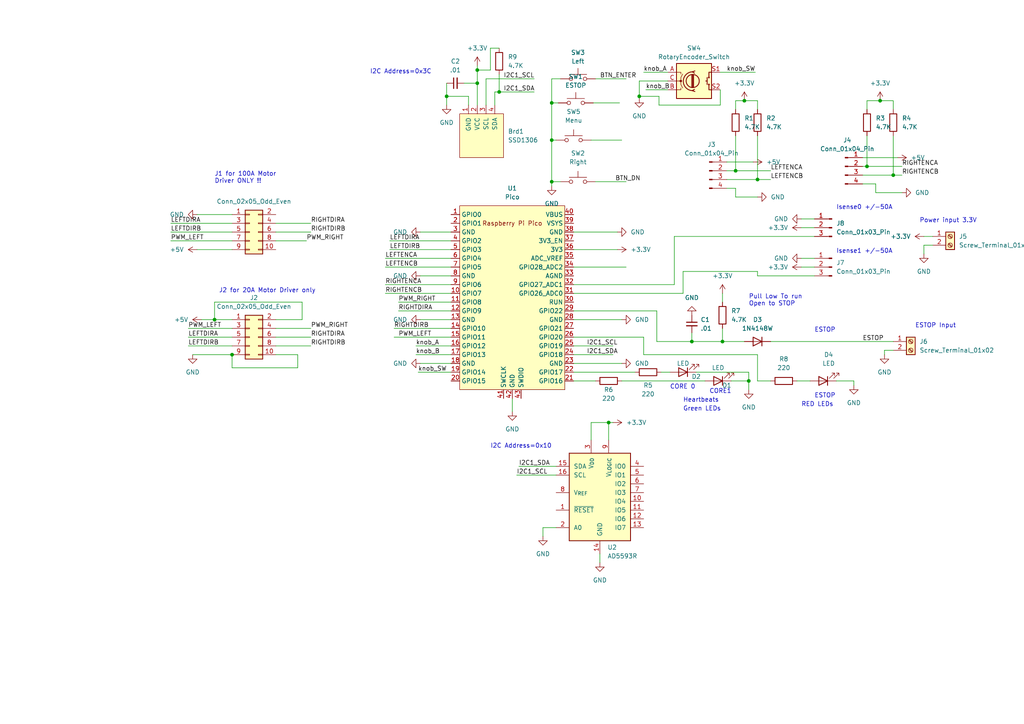
<source format=kicad_sch>
(kicad_sch (version 20230121) (generator eeschema)
  (paper "A4")
  (lib_symbols
    (symbol "Analog:AD5593R" (pin_names (offset 1.27))
      (property "Reference" "U" (at -8.89 15.24 0))
      (property "Value" "AD5593R" (at 3.81 15.24 0))
      (symbol "AD5593R_0_1"
        (rectangle (start -8.89 13.97) (end 8.89 -11.43) (stroke (width 0.254)) (fill (type background)))
      )
      (symbol "AD5593R_1_1"
        (pin input line (at -12.7 -2.54 0) (length 3.81) (name "~{RESET}") (number "1"))
        (pin bidirectional line (at 12.7 0 180) (length 3.81) (name "IO4") (number "10"))
        (pin bidirectional line (at 12.7 -2.54 180) (length 3.81) (name "IO5") (number "11"))
        (pin bidirectional line (at 12.7 -5.08 180) (length 3.81) (name "IO6") (number "12"))
        (pin bidirectional line (at 12.7 -7.62 180) (length 3.81) (name "IO7") (number "13"))
        (pin power_in line (at 0 -15.24 90) (length 3.81) (name "GND") (number "14"))
        (pin bidirectional line (at -12.7 10.16 0) (length 3.81) (name "SDA") (number "15"))
        (pin input line (at -12.7 7.62 0) (length 3.81) (name "SCL") (number "16"))
        (pin input line (at -12.7 -7.62 0) (length 3.81) (name "A0") (number "2"))
        (pin power_in line (at -2.54 17.78 270) (length 3.81) (name "V_{DD}") (number "3"))
        (pin bidirectional line (at 12.7 10.16 180) (length 3.81) (name "IO0") (number "4"))
        (pin bidirectional line (at 12.7 7.62 180) (length 3.81) (name "IO1") (number "5"))
        (pin bidirectional line (at 12.7 5.08 180) (length 3.81) (name "IO2") (number "6"))
        (pin bidirectional line (at 12.7 2.54 180) (length 3.81) (name "IO3") (number "7"))
        (pin passive line (at -12.7 2.54 0) (length 3.81) (name "V_{REF}") (number "8"))
        (pin power_in line (at 2.54 17.78 270) (length 3.81) (name "V_{LOGIC}") (number "9"))
      )
    )
    (symbol "Connector:Conn_01x03_Pin" (pin_names (offset 1.016) hide)
      (property "Reference" "J" (at 0 5.08 0))
      (property "Value" "Conn_01x03_Pin" (at 0 -5.08 0))
      (symbol "Conn_01x03_Pin_1_1"
        (polyline (pts (xy 1.27 -2.54) (xy 0.8636 -2.54)) (stroke (width 0.1524)))
        (polyline (pts (xy 1.27 0) (xy 0.8636 0)) (stroke (width 0.1524)))
        (polyline (pts (xy 1.27 2.54) (xy 0.8636 2.54)) (stroke (width 0.1524)))
        (rectangle (start 0.8636 -2.413) (end 0 -2.667) (stroke (width 0.1524)) (fill (type outline)))
        (rectangle (start 0.8636 0.127) (end 0 -0.127) (stroke (width 0.1524)) (fill (type outline)))
        (rectangle (start 0.8636 2.667) (end 0 2.413) (stroke (width 0.1524)) (fill (type outline)))
        (pin passive line (at 5.08 2.54 180) (length 3.81) (name "Pin_1") (number "1"))
        (pin passive line (at 5.08 0 180) (length 3.81) (name "Pin_2") (number "2"))
        (pin passive line (at 5.08 -2.54 180) (length 3.81) (name "Pin_3") (number "3"))
      )
    )
    (symbol "Connector:Conn_01x04_Pin" (pin_names (offset 1.016) hide)
      (property "Reference" "J" (at 0 5.08 0))
      (property "Value" "Conn_01x04_Pin" (at 0 -7.62 0))
      (symbol "Conn_01x04_Pin_1_1"
        (polyline (pts (xy 1.27 -5.08) (xy 0.8636 -5.08)) (stroke (width 0.1524)))
        (polyline (pts (xy 1.27 -2.54) (xy 0.8636 -2.54)) (stroke (width 0.1524)))
        (polyline (pts (xy 1.27 0) (xy 0.8636 0)) (stroke (width 0.1524)))
        (polyline (pts (xy 1.27 2.54) (xy 0.8636 2.54)) (stroke (width 0.1524)))
        (rectangle (start 0.8636 -4.953) (end 0 -5.207) (stroke (width 0.1524)) (fill (type outline)))
        (rectangle (start 0.8636 -2.413) (end 0 -2.667) (stroke (width 0.1524)) (fill (type outline)))
        (rectangle (start 0.8636 0.127) (end 0 -0.127) (stroke (width 0.1524)) (fill (type outline)))
        (rectangle (start 0.8636 2.667) (end 0 2.413) (stroke (width 0.1524)) (fill (type outline)))
        (pin passive line (at 5.08 2.54 180) (length 3.81) (name "Pin_1") (number "1"))
        (pin passive line (at 5.08 0 180) (length 3.81) (name "Pin_2") (number "2"))
        (pin passive line (at 5.08 -2.54 180) (length 3.81) (name "Pin_3") (number "3"))
        (pin passive line (at 5.08 -5.08 180) (length 3.81) (name "Pin_4") (number "4"))
      )
    )
    (symbol "Connector:Screw_Terminal_01x02" (pin_names (offset 1.016) hide)
      (property "Reference" "J" (at 0 2.54 0))
      (property "Value" "Screw_Terminal_01x02" (at 0 -5.08 0))
      (symbol "Screw_Terminal_01x02_1_1"
        (rectangle (start -1.27 1.27) (end 1.27 -3.81) (stroke (width 0.254)) (fill (type background)))
        (circle (center 0 -2.54) (radius 0.635) (stroke (width 0.1524)))
        (polyline (pts (xy -0.5334 -2.2098) (xy 0.3302 -3.048)) (stroke (width 0.1524)))
        (polyline (pts (xy -0.5334 0.3302) (xy 0.3302 -0.508)) (stroke (width 0.1524)))
        (polyline (pts (xy -0.3556 -2.032) (xy 0.508 -2.8702)) (stroke (width 0.1524)))
        (polyline (pts (xy -0.3556 0.508) (xy 0.508 -0.3302)) (stroke (width 0.1524)))
        (circle (center 0 0) (radius 0.635) (stroke (width 0.1524)))
        (pin passive line (at -5.08 0 0) (length 3.81) (name "Pin_1") (number "1"))
        (pin passive line (at -5.08 -2.54 0) (length 3.81) (name "Pin_2") (number "2"))
      )
    )
    (symbol "Connector_Generic:Conn_02x05_Odd_Even" (pin_names (offset 1.016) hide)
      (property "Reference" "J" (at 1.27 7.62 0))
      (property "Value" "Conn_02x05_Odd_Even" (at 1.27 -7.62 0))
      (symbol "Conn_02x05_Odd_Even_1_1"
        (rectangle (start -1.27 -4.953) (end 0 -5.207) (stroke (width 0.1524)))
        (rectangle (start -1.27 -2.413) (end 0 -2.667) (stroke (width 0.1524)))
        (rectangle (start -1.27 0.127) (end 0 -0.127) (stroke (width 0.1524)))
        (rectangle (start -1.27 2.667) (end 0 2.413) (stroke (width 0.1524)))
        (rectangle (start -1.27 5.207) (end 0 4.953) (stroke (width 0.1524)))
        (rectangle (start -1.27 6.35) (end 3.81 -6.35) (stroke (width 0.254)) (fill (type background)))
        (rectangle (start 3.81 -4.953) (end 2.54 -5.207) (stroke (width 0.1524)))
        (rectangle (start 3.81 -2.413) (end 2.54 -2.667) (stroke (width 0.1524)))
        (rectangle (start 3.81 0.127) (end 2.54 -0.127) (stroke (width 0.1524)))
        (rectangle (start 3.81 2.667) (end 2.54 2.413) (stroke (width 0.1524)))
        (rectangle (start 3.81 5.207) (end 2.54 4.953) (stroke (width 0.1524)))
        (pin passive line (at -5.08 5.08 0) (length 3.81) (name "Pin_1") (number "1"))
        (pin passive line (at 7.62 -5.08 180) (length 3.81) (name "Pin_10") (number "10"))
        (pin passive line (at 7.62 5.08 180) (length 3.81) (name "Pin_2") (number "2"))
        (pin passive line (at -5.08 2.54 0) (length 3.81) (name "Pin_3") (number "3"))
        (pin passive line (at 7.62 2.54 180) (length 3.81) (name "Pin_4") (number "4"))
        (pin passive line (at -5.08 0 0) (length 3.81) (name "Pin_5") (number "5"))
        (pin passive line (at 7.62 0 180) (length 3.81) (name "Pin_6") (number "6"))
        (pin passive line (at -5.08 -2.54 0) (length 3.81) (name "Pin_7") (number "7"))
        (pin passive line (at 7.62 -2.54 180) (length 3.81) (name "Pin_8") (number "8"))
        (pin passive line (at -5.08 -5.08 0) (length 3.81) (name "Pin_9") (number "9"))
      )
    )
    (symbol "Device:C_Small" (pin_numbers hide) (pin_names (offset 0.254) hide)
      (property "Reference" "C" (at 0.254 1.778 0))
      (property "Value" "C_Small" (at 0.254 -2.032 0))
      (symbol "C_Small_0_1"
        (polyline (pts (xy -1.524 -0.508) (xy 1.524 -0.508)) (stroke (width 0.3302)))
        (polyline (pts (xy -1.524 0.508) (xy 1.524 0.508)) (stroke (width 0.3048)))
      )
      (symbol "C_Small_1_1"
        (pin passive line (at 0 2.54 270) (length 2.032) (name "~") (number "1"))
        (pin passive line (at 0 -2.54 90) (length 2.032) (name "~") (number "2"))
      )
    )
    (symbol "Device:LED" (pin_numbers hide) (pin_names (offset 1.016) hide)
      (property "Reference" "D" (at 0 2.54 0))
      (property "Value" "LED" (at 0 -2.54 0))
      (symbol "LED_0_1"
        (polyline (pts (xy -1.27 -1.27) (xy -1.27 1.27)) (stroke (width 0.254)))
        (polyline (pts (xy -1.27 0) (xy 1.27 0)))
        (polyline (pts (xy 1.27 -1.27) (xy 1.27 1.27) (xy -1.27 0) (xy 1.27 -1.27)) (stroke (width 0.254)))
        (polyline (pts (xy -3.048 -0.762) (xy -4.572 -2.286) (xy -3.81 -2.286) (xy -4.572 -2.286) (xy -4.572 -1.524)))
        (polyline (pts (xy -1.778 -0.762) (xy -3.302 -2.286) (xy -2.54 -2.286) (xy -3.302 -2.286) (xy -3.302 -1.524)))
      )
      (symbol "LED_1_1"
        (pin passive line (at -3.81 0 0) (length 2.54) (name "K") (number "1"))
        (pin passive line (at 3.81 0 180) (length 2.54) (name "A") (number "2"))
      )
    )
    (symbol "Device:R" (pin_numbers hide) (pin_names (offset 0))
      (property "Reference" "R" (at 2.032 0 90))
      (property "Value" "R" (at 0 0 90))
      (symbol "R_0_1"
        (rectangle (start -1.016 -2.54) (end 1.016 2.54) (stroke (width 0.254)))
      )
      (symbol "R_1_1"
        (pin passive line (at 0 3.81 270) (length 1.27) (name "~") (number "1"))
        (pin passive line (at 0 -3.81 90) (length 1.27) (name "~") (number "2"))
      )
    )
    (symbol "Device:RotaryEncoder_Switch" (pin_names (offset 0.254) hide)
      (property "Reference" "SW" (at 0 6.604 0))
      (property "Value" "RotaryEncoder_Switch" (at 0 -6.604 0))
      (symbol "RotaryEncoder_Switch_0_1"
        (rectangle (start -5.08 5.08) (end 5.08 -5.08) (stroke (width 0.254)) (fill (type background)))
        (circle (center -3.81 0) (radius 0.254) (fill (type outline)))
        (circle (center -0.381 0) (radius 1.905) (stroke (width 0.254)))
        (arc (start -0.381 2.667) (mid -3.0988 -0.0635) (end -0.381 -2.794) (stroke (width 0.254)))
        (polyline (pts (xy -0.635 -1.778) (xy -0.635 1.778)) (stroke (width 0.254)))
        (polyline (pts (xy -0.381 -1.778) (xy -0.381 1.778)) (stroke (width 0.254)))
        (polyline (pts (xy -0.127 1.778) (xy -0.127 -1.778)) (stroke (width 0.254)))
        (polyline (pts (xy 3.81 0) (xy 3.429 0)) (stroke (width 0.254)))
        (polyline (pts (xy 3.81 1.016) (xy 3.81 -1.016)) (stroke (width 0.254)))
        (polyline (pts (xy -5.08 -2.54) (xy -3.81 -2.54) (xy -3.81 -2.032)))
        (polyline (pts (xy -5.08 2.54) (xy -3.81 2.54) (xy -3.81 2.032)))
        (polyline (pts (xy 0.254 -3.048) (xy -0.508 -2.794) (xy 0.127 -2.413)) (stroke (width 0.254)))
        (polyline (pts (xy 0.254 2.921) (xy -0.508 2.667) (xy 0.127 2.286)) (stroke (width 0.254)))
        (polyline (pts (xy 5.08 -2.54) (xy 4.318 -2.54) (xy 4.318 -1.016)) (stroke (width 0.254)))
        (polyline (pts (xy 5.08 2.54) (xy 4.318 2.54) (xy 4.318 1.016)) (stroke (width 0.254)))
        (polyline (pts (xy -5.08 0) (xy -3.81 0) (xy -3.81 -1.016) (xy -3.302 -2.032)))
        (polyline (pts (xy -4.318 0) (xy -3.81 0) (xy -3.81 1.016) (xy -3.302 2.032)))
        (circle (center 4.318 -1.016) (radius 0.127) (stroke (width 0.254)))
        (circle (center 4.318 1.016) (radius 0.127) (stroke (width 0.254)))
      )
      (symbol "RotaryEncoder_Switch_1_1"
        (pin passive line (at -7.62 2.54 0) (length 2.54) (name "A") (number "A"))
        (pin passive line (at -7.62 -2.54 0) (length 2.54) (name "B") (number "B"))
        (pin passive line (at -7.62 0 0) (length 2.54) (name "C") (number "C"))
        (pin passive line (at 7.62 2.54 180) (length 2.54) (name "S1") (number "S1"))
        (pin passive line (at 7.62 -2.54 180) (length 2.54) (name "S2") (number "S2"))
      )
    )
    (symbol "Diode:1N4148W" (pin_numbers hide) (pin_names hide)
      (property "Reference" "D" (at 0 2.54 0))
      (property "Value" "1N4148W" (at 0 -2.54 0))
      (symbol "1N4148W_0_1"
        (polyline (pts (xy -1.27 1.27) (xy -1.27 -1.27)) (stroke (width 0.254)))
        (polyline (pts (xy 1.27 0) (xy -1.27 0)))
        (polyline (pts (xy 1.27 1.27) (xy 1.27 -1.27) (xy -1.27 0) (xy 1.27 1.27)) (stroke (width 0.254)))
      )
      (symbol "1N4148W_1_1"
        (pin passive line (at -3.81 0 0) (length 2.54) (name "K") (number "1"))
        (pin passive line (at 3.81 0 180) (length 2.54) (name "A") (number "2"))
      )
    )
    (symbol "MCU_RaspberryPi_and_Boards:Pico"
      (property "Reference" "U" (at -13.97 27.94 0))
      (property "Value" "Pico" (at 0 19.05 0))
      (symbol "Pico_0_0"
        (text "Raspberry Pi Pico" (at 0 21.59 0) (effects (font (size 1.27 1.27))))
      )
      (symbol "Pico_0_1"
        (rectangle (start -15.24 26.67) (end 15.24 -26.67) (fill (type background)))
      )
      (symbol "Pico_1_1"
        (pin bidirectional line (at -17.78 24.13 0) (length 2.54) (name "GPIO0") (number "1"))
        (pin bidirectional line (at -17.78 1.27 0) (length 2.54) (name "GPIO7") (number "10"))
        (pin bidirectional line (at -17.78 -1.27 0) (length 2.54) (name "GPIO8") (number "11"))
        (pin bidirectional line (at -17.78 -3.81 0) (length 2.54) (name "GPIO9") (number "12"))
        (pin power_in line (at -17.78 -6.35 0) (length 2.54) (name "GND") (number "13"))
        (pin bidirectional line (at -17.78 -8.89 0) (length 2.54) (name "GPIO10") (number "14"))
        (pin bidirectional line (at -17.78 -11.43 0) (length 2.54) (name "GPIO11") (number "15"))
        (pin bidirectional line (at -17.78 -13.97 0) (length 2.54) (name "GPIO12") (number "16"))
        (pin bidirectional line (at -17.78 -16.51 0) (length 2.54) (name "GPIO13") (number "17"))
        (pin power_in line (at -17.78 -19.05 0) (length 2.54) (name "GND") (number "18"))
        (pin bidirectional line (at -17.78 -21.59 0) (length 2.54) (name "GPIO14") (number "19"))
        (pin bidirectional line (at -17.78 21.59 0) (length 2.54) (name "GPIO1") (number "2"))
        (pin bidirectional line (at -17.78 -24.13 0) (length 2.54) (name "GPIO15") (number "20"))
        (pin bidirectional line (at 17.78 -24.13 180) (length 2.54) (name "GPIO16") (number "21"))
        (pin bidirectional line (at 17.78 -21.59 180) (length 2.54) (name "GPIO17") (number "22"))
        (pin power_in line (at 17.78 -19.05 180) (length 2.54) (name "GND") (number "23"))
        (pin bidirectional line (at 17.78 -16.51 180) (length 2.54) (name "GPIO18") (number "24"))
        (pin bidirectional line (at 17.78 -13.97 180) (length 2.54) (name "GPIO19") (number "25"))
        (pin bidirectional line (at 17.78 -11.43 180) (length 2.54) (name "GPIO20") (number "26"))
        (pin bidirectional line (at 17.78 -8.89 180) (length 2.54) (name "GPIO21") (number "27"))
        (pin power_in line (at 17.78 -6.35 180) (length 2.54) (name "GND") (number "28"))
        (pin bidirectional line (at 17.78 -3.81 180) (length 2.54) (name "GPIO22") (number "29"))
        (pin power_in line (at -17.78 19.05 0) (length 2.54) (name "GND") (number "3"))
        (pin input line (at 17.78 -1.27 180) (length 2.54) (name "RUN") (number "30"))
        (pin bidirectional line (at 17.78 1.27 180) (length 2.54) (name "GPIO26_ADC0") (number "31"))
        (pin bidirectional line (at 17.78 3.81 180) (length 2.54) (name "GPIO27_ADC1") (number "32"))
        (pin power_in line (at 17.78 6.35 180) (length 2.54) (name "AGND") (number "33"))
        (pin bidirectional line (at 17.78 8.89 180) (length 2.54) (name "GPIO28_ADC2") (number "34"))
        (pin power_in line (at 17.78 11.43 180) (length 2.54) (name "ADC_VREF") (number "35"))
        (pin power_in line (at 17.78 13.97 180) (length 2.54) (name "3V3") (number "36"))
        (pin input line (at 17.78 16.51 180) (length 2.54) (name "3V3_EN") (number "37"))
        (pin bidirectional line (at 17.78 19.05 180) (length 2.54) (name "GND") (number "38"))
        (pin power_in line (at 17.78 21.59 180) (length 2.54) (name "VSYS") (number "39"))
        (pin bidirectional line (at -17.78 16.51 0) (length 2.54) (name "GPIO2") (number "4"))
        (pin power_in line (at 17.78 24.13 180) (length 2.54) (name "VBUS") (number "40"))
        (pin input line (at -2.54 -29.21 90) (length 2.54) (name "SWCLK") (number "41"))
        (pin power_in line (at 0 -29.21 90) (length 2.54) (name "GND") (number "42"))
        (pin bidirectional line (at 2.54 -29.21 90) (length 2.54) (name "SWDIO") (number "43"))
        (pin bidirectional line (at -17.78 13.97 0) (length 2.54) (name "GPIO3") (number "5"))
        (pin bidirectional line (at -17.78 11.43 0) (length 2.54) (name "GPIO4") (number "6"))
        (pin bidirectional line (at -17.78 8.89 0) (length 2.54) (name "GPIO5") (number "7"))
        (pin power_in line (at -17.78 6.35 0) (length 2.54) (name "GND") (number "8"))
        (pin bidirectional line (at -17.78 3.81 0) (length 2.54) (name "GPIO6") (number "9"))
      )
    )
    (symbol "SSD1306-128x64_OLED:SSD1306" (pin_names (offset 1.016))
      (property "Reference" "Brd" (at 0 -3.81 0))
      (property "Value" "SSD1306" (at 0 -1.27 0))
      (symbol "SSD1306_0_1"
        (rectangle (start -6.35 6.35) (end 6.35 -6.35) (fill (type background)))
      )
      (symbol "SSD1306_1_1"
        (pin input line (at -3.81 8.89 270) (length 2.54) (name "GND") (number "1"))
        (pin input line (at -1.27 8.89 270) (length 2.54) (name "VCC") (number "2"))
        (pin input line (at 1.27 8.89 270) (length 2.54) (name "SCL") (number "3"))
        (pin input line (at 3.81 8.89 270) (length 2.54) (name "SDA") (number "4"))
      )
    )
    (symbol "Switch:SW_Push" (pin_numbers hide) (pin_names (offset 1.016) hide)
      (property "Reference" "SW" (at 1.27 2.54 0))
      (property "Value" "SW_Push" (at 0 -1.524 0))
      (symbol "SW_Push_0_1"
        (circle (center -2.032 0) (radius 0.508))
        (polyline (pts (xy 0 1.27) (xy 0 3.048)))
        (polyline (pts (xy 2.54 1.27) (xy -2.54 1.27)))
        (circle (center 2.032 0) (radius 0.508))
        (pin passive line (at -5.08 0 0) (length 2.54) (name "1") (number "1"))
        (pin passive line (at 5.08 0 180) (length 2.54) (name "2") (number "2"))
      )
    )
    (symbol "power:+3.3V" (power) (pin_names (offset 0))
      (property "Value" "+3.3V" (at 0 3.556 0))
      (symbol "+3.3V_0_1"
        (polyline (pts (xy -0.762 1.27) (xy 0 2.54)))
        (polyline (pts (xy 0 0) (xy 0 2.54)))
        (polyline (pts (xy 0 2.54) (xy 0.762 1.27)))
      )
      (symbol "+3.3V_1_1"
        (pin power_in line (at 0 0 90) (length 0) hide (name "+3.3V") (number "1"))
      )
    )
    (symbol "power:+5V" (power) (pin_names (offset 0))
      (property "Value" "+5V" (at 0 3.556 0))
      (symbol "+5V_0_1"
        (polyline (pts (xy -0.762 1.27) (xy 0 2.54)))
        (polyline (pts (xy 0 0) (xy 0 2.54)))
        (polyline (pts (xy 0 2.54) (xy 0.762 1.27)))
      )
      (symbol "+5V_1_1"
        (pin power_in line (at 0 0 90) (length 0) hide (name "+5V") (number "1"))
      )
    )
    (symbol "power:GND" (power) (pin_names (offset 0))
      (property "Value" "GND" (at 0 -3.81 0))
      (symbol "GND_0_1"
        (polyline (pts (xy 0 0) (xy 0 -1.27) (xy 1.27 -1.27) (xy 0 -2.54) (xy -1.27 -1.27) (xy 0 -1.27)))
      )
      (symbol "GND_1_1"
        (pin power_in line (at 0 0 270) (length 0) hide (name "GND") (number "1"))
      )
    )
  )
  (junction (at 259.08 50.8))
  (junction (at 255.27 29.21))
  (junction (at 144.78 26.67))
  (junction (at 215.9 29.21))
  (junction (at 160.02 52.705))
  (junction (at 219.71 52.07))
  (junction (at 138.43 24.13))
  (junction (at 129.54 27.94))
  (junction (at 213.36 49.53))
  (junction (at 185.42 27.94))
  (junction (at 160.02 29.845))
  (junction (at 138.43 20.32))
  (junction (at 67.31 102.87))
  (junction (at 200.66 99.06))
  (junction (at 176.53 122.555))
  (junction (at 217.17 110.49))
  (junction (at 62.23 92.71))
  (junction (at 251.46 48.26))
  (junction (at 160.02 40.64))
  (junction (at 209.55 99.06))
  (wire (pts (xy 143.51 26.67) (xy 144.78 26.67)))
  (wire (pts (xy 166.37 97.79) (xy 186.69 97.79)))
  (wire (pts (xy 193.675 23.495) (xy 185.42 23.495)))
  (wire (pts (xy 217.17 107.95) (xy 217.17 110.49)))
  (wire (pts (xy 210.82 52.07) (xy 219.71 52.07)))
  (wire (pts (xy 160.02 22.86) (xy 160.02 29.845)))
  (wire (pts (xy 62.23 92.71) (xy 67.31 92.71)))
  (wire (pts (xy 236.22 68.58) (xy 195.58 68.58)))
  (wire (pts (xy 190.5 90.17) (xy 190.5 99.06)))
  (wire (pts (xy 223.52 99.06) (xy 259.08 99.06)))
  (wire (pts (xy 80.01 97.79) (xy 90.17 97.79)))
  (wire (pts (xy 250.19 53.34) (xy 254 53.34)))
  (wire (pts (xy 213.36 54.61) (xy 213.36 57.15)))
  (wire (pts (xy 80.01 95.25) (xy 90.17 95.25)))
  (wire (pts (xy 198.12 78.74) (xy 219.71 78.74)))
  (wire (pts (xy 166.37 72.39) (xy 179.07 72.39)))
  (wire (pts (xy 259.08 31.75) (xy 259.08 29.21)))
  (wire (pts (xy 191.77 107.95) (xy 194.31 107.95)))
  (wire (pts (xy 208.915 30.48) (xy 208.915 26.035)))
  (wire (pts (xy 219.71 78.74) (xy 219.71 80.01)))
  (wire (pts (xy 162.56 22.86) (xy 160.02 22.86)))
  (wire (pts (xy 130.81 102.87) (xy 120.65 102.87)))
  (wire (pts (xy 173.99 160.655) (xy 173.99 163.195)))
  (wire (pts (xy 256.54 101.6) (xy 256.54 102.87)))
  (wire (pts (xy 113.03 69.85) (xy 130.81 69.85)))
  (wire (pts (xy 148.59 115.57) (xy 148.59 119.38)))
  (wire (pts (xy 166.37 107.95) (xy 184.15 107.95)))
  (wire (pts (xy 67.31 106.68) (xy 86.36 106.68)))
  (wire (pts (xy 200.66 99.06) (xy 209.55 99.06)))
  (wire (pts (xy 129.54 27.94) (xy 129.54 30.48)))
  (wire (pts (xy 86.36 106.68) (xy 86.36 102.87)))
  (wire (pts (xy 114.3 95.25) (xy 130.81 95.25)))
  (wire (pts (xy 191.135 30.48) (xy 208.915 30.48)))
  (wire (pts (xy 198.12 85.09) (xy 198.12 78.74)))
  (wire (pts (xy 149.86 137.795) (xy 161.29 137.795)))
  (wire (pts (xy 219.71 52.07) (xy 223.52 52.07)))
  (wire (pts (xy 213.36 39.37) (xy 213.36 49.53)))
  (wire (pts (xy 213.36 57.15) (xy 219.71 57.15)))
  (wire (pts (xy 166.37 77.47) (xy 181.61 77.47)))
  (wire (pts (xy 87.63 87.63) (xy 62.23 87.63)))
  (wire (pts (xy 138.43 24.13) (xy 138.43 30.48)))
  (wire (pts (xy 213.36 49.53) (xy 223.52 49.53)))
  (wire (pts (xy 166.37 85.09) (xy 198.12 85.09)))
  (wire (pts (xy 267.97 71.12) (xy 267.97 73.66)))
  (wire (pts (xy 185.42 27.94) (xy 191.135 27.94)))
  (wire (pts (xy 195.58 68.58) (xy 195.58 82.55)))
  (wire (pts (xy 130.81 100.33) (xy 120.65 100.33)))
  (wire (pts (xy 55.88 102.87) (xy 67.31 102.87)))
  (wire (pts (xy 111.76 74.93) (xy 130.81 74.93)))
  (wire (pts (xy 242.57 110.49) (xy 247.65 110.49)))
  (wire (pts (xy 250.19 50.8) (xy 259.08 50.8)))
  (wire (pts (xy 219.71 110.49) (xy 223.52 110.49)))
  (wire (pts (xy 190.5 99.06) (xy 200.66 99.06)))
  (wire (pts (xy 49.53 69.85) (xy 67.31 69.85)))
  (wire (pts (xy 186.69 102.87) (xy 219.71 102.87)))
  (wire (pts (xy 80.01 64.77) (xy 90.17 64.77)))
  (wire (pts (xy 80.01 67.31) (xy 90.17 67.31)))
  (wire (pts (xy 219.71 31.75) (xy 219.71 29.21)))
  (wire (pts (xy 138.43 19.05) (xy 138.43 20.32)))
  (wire (pts (xy 135.89 30.48) (xy 135.89 27.94)))
  (wire (pts (xy 121.92 80.01) (xy 130.81 80.01)))
  (wire (pts (xy 259.08 101.6) (xy 256.54 101.6)))
  (wire (pts (xy 232.41 66.04) (xy 236.22 66.04)))
  (wire (pts (xy 80.01 100.33) (xy 90.17 100.33)))
  (wire (pts (xy 67.31 102.87) (xy 67.31 106.68)))
  (wire (pts (xy 250.19 48.26) (xy 251.46 48.26)))
  (wire (pts (xy 247.65 110.49) (xy 247.65 111.76)))
  (wire (pts (xy 160.02 40.64) (xy 160.02 52.705)))
  (wire (pts (xy 212.09 110.49) (xy 217.17 110.49)))
  (wire (pts (xy 111.76 85.09) (xy 130.81 85.09)))
  (wire (pts (xy 172.085 29.845) (xy 179.705 29.845)))
  (wire (pts (xy 232.41 74.93) (xy 236.22 74.93)))
  (wire (pts (xy 140.97 30.48) (xy 140.97 22.86)))
  (wire (pts (xy 166.37 100.33) (xy 177.8 100.33)))
  (wire (pts (xy 138.43 20.32) (xy 138.43 24.13)))
  (wire (pts (xy 215.9 29.21) (xy 219.71 29.21)))
  (wire (pts (xy 193.675 20.955) (xy 186.69 20.955)))
  (wire (pts (xy 115.57 90.17) (xy 130.81 90.17)))
  (wire (pts (xy 144.78 13.97) (xy 142.24 13.97)))
  (wire (pts (xy 80.01 92.71) (xy 87.63 92.71)))
  (wire (pts (xy 232.41 63.5) (xy 236.22 63.5)))
  (wire (pts (xy 210.82 49.53) (xy 213.36 49.53)))
  (wire (pts (xy 219.71 102.87) (xy 219.71 110.49)))
  (wire (pts (xy 87.63 92.71) (xy 87.63 87.63)))
  (wire (pts (xy 57.15 72.39) (xy 67.31 72.39)))
  (wire (pts (xy 161.925 29.845) (xy 160.02 29.845)))
  (wire (pts (xy 144.78 26.67) (xy 154.94 26.67)))
  (wire (pts (xy 134.62 24.13) (xy 138.43 24.13)))
  (wire (pts (xy 219.075 20.955) (xy 208.915 20.955)))
  (wire (pts (xy 166.37 82.55) (xy 195.58 82.55)))
  (wire (pts (xy 113.03 72.39) (xy 130.81 72.39)))
  (wire (pts (xy 267.97 68.58) (xy 270.51 68.58)))
  (wire (pts (xy 210.82 54.61) (xy 213.36 54.61)))
  (wire (pts (xy 219.71 39.37) (xy 219.71 52.07)))
  (wire (pts (xy 86.36 102.87) (xy 80.01 102.87)))
  (wire (pts (xy 166.37 110.49) (xy 172.72 110.49)))
  (wire (pts (xy 121.92 105.41) (xy 130.81 105.41)))
  (wire (pts (xy 177.8 122.555) (xy 176.53 122.555)))
  (wire (pts (xy 186.69 97.79) (xy 186.69 102.87)))
  (wire (pts (xy 129.54 24.13) (xy 129.54 27.94)))
  (wire (pts (xy 217.17 110.49) (xy 217.17 113.03)))
  (wire (pts (xy 270.51 71.12) (xy 267.97 71.12)))
  (wire (pts (xy 210.82 46.99) (xy 218.44 46.99)))
  (wire (pts (xy 254 55.88) (xy 261.62 55.88)))
  (wire (pts (xy 171.45 122.555) (xy 171.45 127.635)))
  (wire (pts (xy 161.29 40.64) (xy 160.02 40.64)))
  (wire (pts (xy 161.29 153.035) (xy 157.48 153.035)))
  (wire (pts (xy 232.41 77.47) (xy 236.22 77.47)))
  (wire (pts (xy 172.72 52.705) (xy 181.61 52.705)))
  (wire (pts (xy 185.42 27.94) (xy 185.42 28.575)))
  (wire (pts (xy 54.61 95.25) (xy 67.31 95.25)))
  (wire (pts (xy 254 53.34) (xy 254 55.88)))
  (wire (pts (xy 62.23 87.63) (xy 62.23 92.71)))
  (wire (pts (xy 111.76 82.55) (xy 130.81 82.55)))
  (wire (pts (xy 80.01 69.85) (xy 88.9 69.85)))
  (wire (pts (xy 143.51 30.48) (xy 143.51 26.67)))
  (wire (pts (xy 215.9 29.21) (xy 213.36 29.21)))
  (wire (pts (xy 251.46 31.75) (xy 251.46 29.21)))
  (wire (pts (xy 166.37 102.87) (xy 177.8 102.87)))
  (wire (pts (xy 200.66 96.52) (xy 200.66 99.06)))
  (wire (pts (xy 213.36 29.21) (xy 213.36 31.75)))
  (wire (pts (xy 57.15 62.23) (xy 67.31 62.23)))
  (wire (pts (xy 121.92 67.31) (xy 130.81 67.31)))
  (wire (pts (xy 176.53 127.635) (xy 176.53 122.555)))
  (wire (pts (xy 209.55 95.25) (xy 209.55 99.06)))
  (wire (pts (xy 231.14 110.49) (xy 234.95 110.49)))
  (wire (pts (xy 157.48 153.035) (xy 157.48 155.575)))
  (wire (pts (xy 166.37 92.71) (xy 180.34 92.71)))
  (wire (pts (xy 142.24 20.32) (xy 138.43 20.32)))
  (wire (pts (xy 160.02 29.845) (xy 160.02 40.64)))
  (wire (pts (xy 255.27 29.21) (xy 259.08 29.21)))
  (wire (pts (xy 49.53 64.77) (xy 67.31 64.77)))
  (wire (pts (xy 209.55 99.06) (xy 215.9 99.06)))
  (wire (pts (xy 130.81 107.95) (xy 121.285 107.95)))
  (wire (pts (xy 150.495 135.255) (xy 161.29 135.255)))
  (wire (pts (xy 142.24 13.97) (xy 142.24 20.32)))
  (wire (pts (xy 219.71 80.01) (xy 236.22 80.01)))
  (wire (pts (xy 171.45 40.64) (xy 180.34 40.64)))
  (wire (pts (xy 180.34 110.49) (xy 204.47 110.49)))
  (wire (pts (xy 259.08 39.37) (xy 259.08 50.8)))
  (wire (pts (xy 166.37 67.31) (xy 179.07 67.31)))
  (wire (pts (xy 172.72 22.86) (xy 181.61 22.86)))
  (wire (pts (xy 58.42 92.71) (xy 62.23 92.71)))
  (wire (pts (xy 140.97 22.86) (xy 154.94 22.86)))
  (wire (pts (xy 49.53 67.31) (xy 67.31 67.31)))
  (wire (pts (xy 166.37 90.17) (xy 190.5 90.17)))
  (wire (pts (xy 114.3 97.79) (xy 130.81 97.79)))
  (wire (pts (xy 121.92 92.71) (xy 130.81 92.71)))
  (wire (pts (xy 162.56 52.705) (xy 160.02 52.705)))
  (wire (pts (xy 250.19 45.72) (xy 260.35 45.72)))
  (wire (pts (xy 160.02 52.705) (xy 160.02 53.975)))
  (wire (pts (xy 251.46 39.37) (xy 251.46 48.26)))
  (wire (pts (xy 176.53 122.555) (xy 171.45 122.555)))
  (wire (pts (xy 111.76 77.47) (xy 130.81 77.47)))
  (wire (pts (xy 201.93 107.95) (xy 217.17 107.95)))
  (wire (pts (xy 166.37 105.41) (xy 180.34 105.41)))
  (wire (pts (xy 209.55 85.09) (xy 209.55 87.63)))
  (wire (pts (xy 251.46 48.26) (xy 261.62 48.26)))
  (wire (pts (xy 135.89 27.94) (xy 129.54 27.94)))
  (wire (pts (xy 115.57 87.63) (xy 130.81 87.63)))
  (wire (pts (xy 191.135 27.94) (xy 191.135 30.48)))
  (wire (pts (xy 144.78 21.59) (xy 144.78 26.67)))
  (wire (pts (xy 259.08 50.8) (xy 261.62 50.8)))
  (wire (pts (xy 185.42 23.495) (xy 185.42 27.94)))
  (wire (pts (xy 54.61 100.33) (xy 67.31 100.33)))
  (wire (pts (xy 251.46 29.21) (xy 255.27 29.21)))
  (wire (pts (xy 54.61 97.79) (xy 67.31 97.79)))
  (wire (pts (xy 193.675 26.035) (xy 187.325 26.035)))
  (text "ESTOP Input" (at 265.43 95.25 0) (effects (font (size 1.27 1.27)) (justify left bottom)))
  (text "J2 for 20A Motor Driver only" (at 63.5 85.09 0) (effects (font (size 1.27 1.27)) (justify left bottom)))
  (text "ESTOP" (at 236.22 96.52 0) (effects (font (size 1.27 1.27)) (justify left bottom)))
  (text "Isense0 +/-50A" (at 242.57 60.96 0) (effects (font (size 1.27 1.27)) (justify left bottom)))
  (text "ESTOP" (at 236.22 115.57 0) (effects (font (size 1.27 1.27)) (justify left bottom)))
  (text "Isense1 +/-50A" (at 242.57 73.66 0) (effects (font (size 1.27 1.27)) (justify left bottom)))
  (text "Heartbeats" (at 198.12 116.84 0) (effects (font (size 1.27 1.27)) (justify left bottom)))
  (text "Pull Low To run\nOpen to STOP" (at 217.17 88.9 0) (effects (font (size 1.27 1.27)) (justify left bottom)))
  (text "Green LEDs" (at 198.12 119.38 0) (effects (font (size 1.27 1.27)) (justify left bottom)))
  (text "Power input 3.3V" (at 266.7 64.77 0) (effects (font (size 1.27 1.27)) (justify left bottom)))
  (text "J1 for 100A Motor\nDriver ONLY !!" (at 62.23 53.34 0) (effects (font (size 1.27 1.27)) (justify left bottom)))
  (text "I2C Address=0x3C\n" (at 107.315 21.59 0) (effects (font (size 1.27 1.27)) (justify left bottom)))
  (text "CORE1" (at 205.74 114.3 0) (effects (font (size 1.27 1.27)) (justify left bottom)))
  (text "CORE 0" (at 194.31 113.03 0) (effects (font (size 1.27 1.27)) (justify left bottom)))
  (text "RED LEDs" (at 232.41 118.11 0) (effects (font (size 1.27 1.27)) (justify left bottom)))
  (text "I2C Address=0x10" (at 142.24 130.175 0) (effects (font (size 1.27 1.27)) (justify left bottom)))
  (label "RIGHTDIRA" (at 115.57 90.17 0))
  (label "RIGHTDIRB" (at 90.17 67.31 0))
  (label "knob_A" (at 120.65 100.33 0))
  (label "I2C1_SDA" (at 170.18 102.87 0))
  (label "I2C1_SDA" (at 150.495 135.255 0))
  (label "PWM_LEFT" (at 115.57 97.79 0))
  (label "I2C1_SDA" (at 146.05 26.67 0))
  (label "LEFTDIRB" (at 54.61 100.33 0))
  (label "BTN_DN" (at 178.435 52.705 0))
  (label "PWM_RIGHT" (at 115.57 87.63 0))
  (label "LEFTENCB" (at 223.52 52.07 0))
  (label "I2C1_SCL" (at 170.18 100.33 0))
  (label "RIGHTDIRA" (at 90.17 64.77 0))
  (label "LEFTDIRB" (at 113.03 72.39 0))
  (label "BTN_ENTER" (at 173.99 22.86 0))
  (label "LEFTENCA" (at 223.52 49.53 0))
  (label "knob_SW" (at 121.285 107.95 0))
  (label "knob_SW" (at 219.075 20.955 180))
  (label "PWM_LEFT" (at 49.53 69.85 0))
  (label "RIGHTDIRB" (at 114.3 95.25 0))
  (label "PWM_RIGHT" (at 88.9 69.85 0))
  (label "RIGHTDIRA" (at 90.17 97.79 0))
  (label "knob_B" (at 120.65 102.87 0))
  (label "I2C1_SCL" (at 149.86 137.795 0))
  (label "LEFTENCB" (at 111.76 77.47 0))
  (label "knob_A" (at 186.69 20.955 0))
  (label "PWM_LEFT" (at 54.61 95.25 0))
  (label "RIGHTENCB" (at 261.62 50.8 0))
  (label "LEFTDIRA" (at 113.03 69.85 0))
  (label "ESTOP" (at 250.19 99.06 0))
  (label "LEFTENCA" (at 111.76 74.93 0))
  (label "PWM_RIGHT" (at 90.17 95.25 0))
  (label "RIGHTENCA" (at 261.62 48.26 0))
  (label "LEFTDIRB" (at 49.53 67.31 0))
  (label "knob_B" (at 187.325 26.035 0))
  (label "LEFTDIRA" (at 49.53 64.77 0))
  (label "RIGHTENCB" (at 111.76 85.09 0))
  (label "LEFTDIRA" (at 54.61 97.79 0))
  (label "RIGHTENCA" (at 111.76 82.55 0))
  (label "RIGHTDIRB" (at 90.17 100.33 0))
  (label "I2C1_SCL" (at 146.05 22.86 0))
  (symbol (lib_id "power:GND") (at 179.07 67.31 90) (unit 1)
    (property "Reference" "#PWR011" (effects hide))
    (property "Value" "GND" (at 182.88 67.31 90) (effects (justify right)))
  )
  (symbol (lib_id "power:GND") (at 121.92 92.71 270) (unit 1)
    (property "Reference" "#PWR06" (effects hide))
    (property "Value" "GND" (at 118.11 92.71 90) (effects (justify right)))
  )
  (symbol (lib_id "Device:C_Small") (at 132.08 24.13 90) (unit 1)
    (property "Reference" "C2" (at 132.0863 17.78 90))
    (property "Value" ".01" (at 132.0863 20.32 90))
    (property "Footprint" "Capacitor_SMD:C_0603_1608Metric_Pad1.08x0.95mm_HandSolder" (effects hide))
  )
  (symbol (lib_id "power:GND") (at 121.92 67.31 270) (unit 1)
    (property "Reference" "#PWR010" (effects hide))
    (property "Value" "GND" (at 118.11 67.31 90) (effects (justify right)))
  )
  (symbol (lib_id "Connector:Conn_01x04_Pin") (at 205.74 49.53 0) (unit 1)
    (property "Reference" "J3" (at 206.375 41.91 0))
    (property "Value" "Conn_01x04_Pin" (at 206.375 44.45 0))
    (property "Footprint" "Connector_PinHeader_2.54mm:PinHeader_1x04_P2.54mm_Vertical" (effects hide))
  )
  (symbol (lib_id "Connector_Generic:Conn_02x05_Odd_Even") (at 72.39 67.31 0) (unit 1)
    (property "Reference" "J1" (effects hide))
    (property "Value" "Conn_02x05_Odd_Even" (at 73.66 58.42 0))
    (property "Footprint" "Connector_PinHeader_2.54mm:PinHeader_2x05_P2.54mm_Vertical" (effects hide))
  )
  (symbol (lib_id "Analog:AD5593R") (at 173.99 145.415 0) (unit 1)
    (property "Reference" "U2" (at 176.1841 158.75 0) (effects (justify left)))
    (property "Value" "AD5593R" (at 176.1841 161.29 0) (effects (justify left)))
    (property "Footprint" "Package_SO:TSSOP-16_4.4x5mm_P0.65mm" (effects hide))
    (property "Datasheet" "https://www.analog.com/media/en/technical-documentation/data-sheets/AD5593R.pdf" (effects hide))
  )
  (symbol (lib_id "Device:LED") (at 238.76 110.49 180) (unit 1)
    (property "Reference" "D4" (at 240.3475 102.87 0))
    (property "Value" "LED" (at 240.3475 105.41 0))
    (property "Footprint" "LED_SMD:LED_1206_3216Metric_Pad1.42x1.75mm_HandSolder" (effects hide))
  )
  (symbol (lib_id "power:+3.3V") (at 267.97 68.58 90) (unit 1)
    (property "Reference" "#PWR033" (effects hide))
    (property "Value" "+3.3V" (at 264.16 68.58 90) (effects (justify left)))
  )
  (symbol (lib_id "power:+3.3V") (at 215.9 29.21 0) (unit 1)
    (property "Reference" "#PWR017" (effects hide))
    (property "Value" "+3.3V" (at 215.9 24.13 0))
  )
  (symbol (lib_id "power:GND") (at 148.59 119.38 0) (unit 1)
    (property "Reference" "#PWR05" (effects hide))
    (property "Value" "GND" (at 148.59 124.46 0))
  )
  (symbol (lib_id "Device:R") (at 219.71 35.56 0) (unit 1)
    (property "Reference" "R2" (at 222.25 34.29 0) (effects (justify left)))
    (property "Value" "4.7K" (at 222.25 36.83 0) (effects (justify left)))
    (property "Footprint" "Resistor_SMD:R_0201_0603Metric_Pad0.64x0.40mm_HandSolder" (effects hide))
  )
  (symbol (lib_id "Switch:SW_Push") (at 167.64 52.705 0) (unit 1)
    (property "Reference" "SW2" (at 167.64 44.45 0))
    (property "Value" "Right" (at 167.64 46.99 0))
    (property "Footprint" "Button_Switch_THT:SW_PUSH_6mm" (effects hide))
  )
  (symbol (lib_id "SSD1306-128x64_OLED:SSD1306") (at 139.7 39.37 0) (unit 1)
    (property "Reference" "Brd1" (at 147.32 38.1 0) (effects (justify left)))
    (property "Value" "SSD1306" (at 147.32 40.64 0) (effects (justify left)))
    (property "Footprint" "SSD1306:128x64OLED" (effects hide))
  )
  (symbol (lib_id "power:GND") (at 261.62 55.88 90) (unit 1)
    (property "Reference" "#PWR016" (effects hide))
    (property "Value" "GND" (at 265.43 55.88 90) (effects (justify right)))
  )
  (symbol (lib_id "power:GND") (at 267.97 73.66 0) (unit 1)
    (property "Reference" "#PWR025" (effects hide))
    (property "Value" "GND" (at 267.97 78.74 0))
  )
  (symbol (lib_id "power:GND") (at 247.65 111.76 0) (unit 1)
    (property "Reference" "#PWR022" (effects hide))
    (property "Value" "GND" (at 247.65 116.84 0))
  )
  (symbol (lib_id "Device:R") (at 187.96 107.95 90) (unit 1)
    (property "Reference" "R5" (at 187.96 111.76 90))
    (property "Value" "220" (at 187.96 114.3 90))
    (property "Footprint" "Resistor_SMD:R_0201_0603Metric_Pad0.64x0.40mm_HandSolder" (effects hide))
  )
  (symbol (lib_id "Device:R") (at 213.36 35.56 0) (unit 1)
    (property "Reference" "R1" (at 215.9 34.29 0) (effects (justify left)))
    (property "Value" "4.7K" (at 215.9 36.83 0) (effects (justify left)))
    (property "Footprint" "Resistor_SMD:R_0201_0603Metric_Pad0.64x0.40mm_HandSolder" (effects hide))
  )
  (symbol (lib_id "power:+5V") (at 260.35 45.72 270) (unit 1)
    (property "Reference" "#PWR015" (effects hide))
    (property "Value" "+5V" (at 264.16 45.72 90) (effects (justify left)))
  )
  (symbol (lib_id "power:+5V") (at 218.44 46.99 270) (unit 1)
    (property "Reference" "#PWR014" (effects hide))
    (property "Value" "+5V" (at 222.25 46.99 90) (effects (justify left)))
  )
  (symbol (lib_id "Device:R") (at 259.08 35.56 0) (unit 1)
    (property "Reference" "R4" (at 261.62 34.29 0) (effects (justify left)))
    (property "Value" "4.7K" (at 261.62 36.83 0) (effects (justify left)))
    (property "Footprint" "Resistor_SMD:R_0201_0603Metric_Pad0.64x0.40mm_HandSolder" (effects hide))
  )
  (symbol (lib_id "Device:RotaryEncoder_Switch") (at 201.295 23.495 0) (unit 1)
    (property "Reference" "SW4" (at 201.295 13.97 0))
    (property "Value" "RotaryEncoder_Switch" (at 201.295 16.51 0))
    (property "Footprint" "Rotary_Encoder:RotaryEncoder_Alps_EC11E-Switch_Vertical_H20mm_CircularMountingHoles" (effects hide))
  )
  (symbol (lib_id "power:GND") (at 200.66 91.44 180) (unit 1)
    (property "Reference" "#PWR023" (effects hide))
    (property "Value" "GND" (at 200.66 86.36 0))
  )
  (symbol (lib_id "Connector:Conn_01x04_Pin") (at 245.11 48.26 0) (unit 1)
    (property "Reference" "J4" (at 245.745 40.64 0))
    (property "Value" "Conn_01x04_Pin" (at 245.745 43.18 0))
    (property "Footprint" "Connector_PinHeader_2.54mm:PinHeader_1x04_P2.54mm_Vertical" (effects hide))
  )
  (symbol (lib_id "Connector:Conn_01x03_Pin") (at 241.3 66.04 0) (mirror y) (unit 1)
    (property "Reference" "J8" (at 242.57 64.77 0) (effects (justify right)))
    (property "Value" "Conn_01x03_Pin" (at 242.57 67.31 0) (effects (justify right)))
    (property "Footprint" "Connector_PinHeader_2.54mm:PinHeader_1x03_P2.54mm_Vertical" (effects hide))
  )
  (symbol (lib_id "Connector:Screw_Terminal_01x02") (at 275.59 68.58 0) (unit 1)
    (property "Reference" "J5" (at 278.13 68.58 0) (effects (justify left)))
    (property "Value" "Screw_Terminal_01x02" (at 278.13 71.12 0) (effects (justify left)))
    (property "Footprint" "TerminalBlock:TerminalBlock_bornier-2_P5.08mm" (effects hide))
  )
  (symbol (lib_id "power:GND") (at 219.71 57.15 90) (unit 1)
    (property "Reference" "#PWR013" (effects hide))
    (property "Value" "GND" (at 223.52 57.15 90) (effects (justify right)))
  )
  (symbol (lib_id "power:GND") (at 55.88 102.87 0) (unit 1)
    (property "Reference" "#PWR04" (effects hide))
    (property "Value" "GND" (at 55.88 107.95 0))
  )
  (symbol (lib_id "Switch:SW_Push") (at 166.37 40.64 0) (unit 1)
    (property "Reference" "SW5" (at 166.37 32.385 0))
    (property "Value" "Menu" (at 166.37 34.925 0))
    (property "Footprint" "Button_Switch_THT:SW_PUSH_6mm" (effects hide))
  )
  (symbol (lib_id "Device:R") (at 251.46 35.56 0) (unit 1)
    (property "Reference" "R3" (at 254 34.29 0) (effects (justify left)))
    (property "Value" "4.7K" (at 254 36.83 0) (effects (justify left)))
    (property "Footprint" "Resistor_SMD:R_0201_0603Metric_Pad0.64x0.40mm_HandSolder" (effects hide))
  )
  (symbol (lib_id "power:GND") (at 232.41 63.5 270) (unit 1)
    (property "Reference" "#PWR030" (effects hide))
    (property "Value" "GND" (at 228.6 63.5 90) (effects (justify right)))
  )
  (symbol (lib_id "power:GND") (at 256.54 102.87 0) (unit 1)
    (property "Reference" "#PWR024" (effects hide))
    (property "Value" "GND" (at 256.54 107.95 0))
  )
  (symbol (lib_id "power:GND") (at 180.34 92.71 90) (unit 1)
    (property "Reference" "#PWR09" (effects hide))
    (property "Value" "GND" (at 184.15 92.71 90) (effects (justify right)))
  )
  (symbol (lib_id "power:GND") (at 173.99 163.195 0) (unit 1)
    (property "Reference" "#PWR034" (effects hide))
    (property "Value" "GND" (at 173.99 168.275 0))
  )
  (symbol (lib_id "Device:C_Small") (at 200.66 93.98 0) (unit 1)
    (property "Reference" "C1" (at 203.2 92.7163 0) (effects (justify left)))
    (property "Value" ".01" (at 203.2 95.2563 0) (effects (justify left)))
    (property "Footprint" "Capacitor_SMD:C_0603_1608Metric_Pad1.08x0.95mm_HandSolder" (effects hide))
  )
  (symbol (lib_id "Switch:SW_Push") (at 167.64 22.86 0) (unit 1)
    (property "Reference" "SW3" (at 167.64 15.24 0))
    (property "Value" "Left" (at 167.64 17.78 0))
    (property "Footprint" "Button_Switch_THT:SW_PUSH_6mm" (effects hide))
  )
  (symbol (lib_id "power:GND") (at 129.54 30.48 0) (unit 1)
    (property "Reference" "#PWR026" (effects hide))
    (property "Value" "GND" (at 129.54 35.56 0))
  )
  (symbol (lib_id "power:GND") (at 121.92 105.41 270) (unit 1)
    (property "Reference" "#PWR012" (effects hide))
    (property "Value" "GND" (at 118.11 105.41 90) (effects (justify right)))
  )
  (symbol (lib_id "Diode:1N4148W") (at 219.71 99.06 180) (unit 1)
    (property "Reference" "D3" (at 219.71 92.71 0))
    (property "Value" "1N4148W" (at 219.71 95.25 0))
    (property "Footprint" "Diode_SMD:D_SOD-123" (effects hide))
    (property "Datasheet" "https://www.vishay.com/docs/85748/1n4148w.pdf" (effects hide))
    (property "Sim.Device" "D" (effects hide))
    (property "Sim.Pins" "1=K 2=A" (effects hide))
  )
  (symbol (lib_id "power:+3.3V") (at 177.8 122.555 270) (unit 1)
    (property "Reference" "#PWR035" (effects hide))
    (property "Value" "+3.3V" (at 181.61 122.555 90) (effects (justify left)))
  )
  (symbol (lib_id "Connector:Conn_01x03_Pin") (at 241.3 77.47 0) (mirror y) (unit 1)
    (property "Reference" "J7" (at 242.57 76.2 0) (effects (justify right)))
    (property "Value" "Conn_01x03_Pin" (at 242.57 78.74 0) (effects (justify right)))
    (property "Footprint" "Connector_PinHeader_2.54mm:PinHeader_1x03_P2.54mm_Vertical" (effects hide))
  )
  (symbol (lib_id "Device:R") (at 144.78 17.78 0) (unit 1)
    (property "Reference" "R9" (at 147.32 16.51 0) (effects (justify left)))
    (property "Value" "4.7K" (at 147.32 19.05 0) (effects (justify left)))
    (property "Footprint" "Resistor_SMD:R_0201_0603Metric_Pad0.64x0.40mm_HandSolder" (effects hide))
  )
  (symbol (lib_id "power:GND") (at 160.02 53.975 0) (unit 1)
    (property "Reference" "#PWR028" (effects hide))
    (property "Value" "GND" (at 160.02 59.055 0))
  )
  (symbol (lib_id "power:GND") (at 180.34 105.41 90) (unit 1)
    (property "Reference" "#PWR08" (effects hide))
    (property "Value" "GND" (at 184.15 105.41 90) (effects (justify right)))
  )
  (symbol (lib_id "Device:R") (at 209.55 91.44 0) (unit 1)
    (property "Reference" "R7" (at 212.09 90.17 0) (effects (justify left)))
    (property "Value" "4.7K" (at 212.09 92.71 0) (effects (justify left)))
    (property "Footprint" "Resistor_SMD:R_0201_0603Metric_Pad0.64x0.40mm_HandSolder" (effects hide))
  )
  (symbol (lib_id "power:+3.3V") (at 179.07 72.39 270) (unit 1)
    (property "Reference" "#PWR019" (effects hide))
    (property "Value" "+3.3V" (at 182.88 72.39 90) (effects (justify left)))
  )
  (symbol (lib_id "power:+3.3V") (at 232.41 66.04 90) (unit 1)
    (property "Reference" "#PWR029" (effects hide))
    (property "Value" "+3.3V" (at 228.6 66.04 90) (effects (justify left)))
  )
  (symbol (lib_id "power:+5V") (at 58.42 92.71 90) (unit 1)
    (property "Reference" "#PWR03" (effects hide))
    (property "Value" "+5V" (at 54.61 92.71 90) (effects (justify left)))
  )
  (symbol (lib_id "Device:LED") (at 208.28 110.49 180) (unit 1)
    (property "Reference" "D1" (at 210.82 111.76 0))
    (property "Value" "LED" (at 208.28 106.68 0))
    (property "Footprint" "LED_SMD:LED_1206_3216Metric_Pad1.42x1.75mm_HandSolder" (effects hide))
  )
  (symbol (lib_id "Device:R") (at 176.53 110.49 90) (unit 1)
    (property "Reference" "R6" (at 176.53 113.03 90))
    (property "Value" "220" (at 176.53 115.57 90))
    (property "Footprint" "Resistor_SMD:R_0201_0603Metric_Pad0.64x0.40mm_HandSolder" (effects hide))
  )
  (symbol (lib_id "Device:LED") (at 198.12 107.95 180) (unit 1)
    (property "Reference" "D2" (at 201.93 109.22 0))
    (property "Value" "LED" (at 198.12 105.41 0))
    (property "Footprint" "LED_SMD:LED_1206_3216Metric_Pad1.42x1.75mm_HandSolder" (effects hide))
  )
  (symbol (lib_id "power:GND") (at 217.17 113.03 0) (unit 1)
    (property "Reference" "#PWR020" (effects hide))
    (property "Value" "GND" (at 217.17 118.11 0))
  )
  (symbol (lib_id "power:GND") (at 185.42 28.575 0) (unit 1)
    (property "Reference" "#PWR037" (effects hide))
    (property "Value" "GND" (at 185.42 33.655 0))
  )
  (symbol (lib_id "power:GND") (at 57.15 62.23 270) (unit 1)
    (property "Reference" "#PWR01" (effects hide))
    (property "Value" "GND" (at 53.34 62.23 90) (effects (justify right)))
  )
  (symbol (lib_id "Connector_Generic:Conn_02x05_Odd_Even") (at 72.39 97.79 0) (unit 1)
    (property "Reference" "J2" (at 73.66 86.36 0))
    (property "Value" "Conn_02x05_Odd_Even" (at 73.66 88.9 0))
    (property "Footprint" "Connector_PinHeader_2.54mm:PinHeader_2x05_P2.54mm_Vertical" (effects hide))
  )
  (symbol (lib_id "power:+5V") (at 57.15 72.39 90) (unit 1)
    (property "Reference" "#PWR02" (effects hide))
    (property "Value" "+5V" (at 53.34 72.39 90) (effects (justify left)))
  )
  (symbol (lib_id "power:GND") (at 121.92 80.01 270) (unit 1)
    (property "Reference" "#PWR07" (effects hide))
    (property "Value" "GND" (at 118.11 80.01 90) (effects (justify right)))
  )
  (symbol (lib_id "power:+3.3V") (at 138.43 19.05 0) (unit 1)
    (property "Reference" "#PWR027" (effects hide))
    (property "Value" "+3.3V" (at 138.43 13.97 0))
  )
  (symbol (lib_id "power:+3.3V") (at 209.55 85.09 0) (unit 1)
    (property "Reference" "#PWR021" (effects hide))
    (property "Value" "+3.3V" (at 209.55 80.01 0))
  )
  (symbol (lib_id "Connector:Screw_Terminal_01x02") (at 264.16 99.06 0) (unit 1)
    (property "Reference" "J6" (at 266.7 99.06 0) (effects (justify left)))
    (property "Value" "Screw_Terminal_01x02" (at 266.7 101.6 0) (effects (justify left)))
    (property "Footprint" "TerminalBlock:TerminalBlock_bornier-2_P5.08mm" (effects hide))
  )
  (symbol (lib_id "MCU_RaspberryPi_and_Boards:Pico") (at 148.59 86.36 0) (unit 1)
    (property "Reference" "U1" (at 148.59 54.61 0))
    (property "Value" "Pico" (at 148.59 57.15 0))
    (property "Footprint" "MCU_RaspberryPi_and_Boards:RPi_Pico_SMD_TH" (effects hide))
  )
  (symbol (lib_id "power:+3.3V") (at 255.27 29.21 0) (unit 1)
    (property "Reference" "#PWR018" (effects hide))
    (property "Value" "+3.3V" (at 255.27 24.13 0))
  )
  (symbol (lib_id "Switch:SW_Push") (at 167.005 29.845 0) (unit 1)
    (property "Reference" "SW1" (at 167.005 22.225 0))
    (property "Value" "ESTOP" (at 167.005 24.765 0))
    (property "Footprint" "Button_Switch_THT:SW_PUSH_6mm" (effects hide))
  )
  (symbol (lib_id "power:GND") (at 232.41 74.93 270) (unit 1)
    (property "Reference" "#PWR031" (effects hide))
    (property "Value" "GND" (at 228.6 74.93 90) (effects (justify right)))
  )
  (symbol (lib_id "power:GND") (at 157.48 155.575 0) (unit 1)
    (property "Reference" "#PWR036" (effects hide))
    (property "Value" "GND" (at 157.48 160.655 0))
  )
  (symbol (lib_id "Device:R") (at 227.33 110.49 90) (unit 1)
    (property "Reference" "R8" (at 227.33 104.14 90))
    (property "Value" "220" (at 227.33 106.68 90))
    (property "Footprint" "Resistor_SMD:R_0201_0603Metric_Pad0.64x0.40mm_HandSolder" (effects hide))
  )
  (symbol (lib_id "power:+3.3V") (at 232.41 77.47 90) (unit 1)
    (property "Reference" "#PWR032" (effects hide))
    (property "Value" "+3.3V" (at 228.6 77.47 90) (effects (justify left)))
  )
)
</source>
